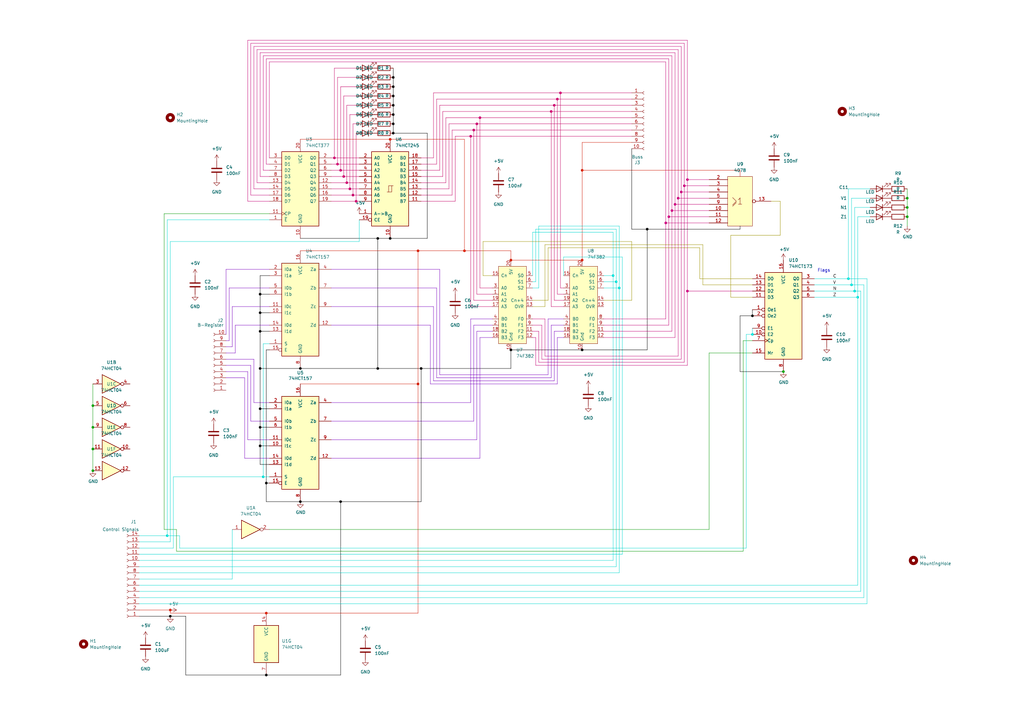
<source format=kicad_sch>
(kicad_sch (version 20250114) (generator "eeschema") (generator_version "9.0")
  (paper "A3")
  (title_block (title "ALU") (date "2023-02-19") (company "Quarl Ankas Electronics - Emil Andreasson"))
  (text "Flags" (at 335.28 111.76 0) (effects (font (size 1.27 1.27)) (justify left bottom)))
  (junction (at 226.06 45.72) (color 195 0 100 1))
  (junction (at 160.02 57.15) (color 206 21 0 1))
  (junction (at 227.33 43.18) (color 195 0 100 1))
  (junction (at 154.94 151.13) (color 0 0 0 1))
  (junction (at 161.29 50.8) (color 0 0 0 1))
  (junction (at 280.67 76.2) (color 194 0 116 1))
  (junction (at 160.02 97.79) (color 0 0 0 1))
  (junction (at 279.4 78.74) (color 194 0 116 1))
  (junction (at 171.45 102.87) (color 206 21 0 1))
  (junction (at 350.52 119.38) (color 0 214 206 1))
  (junction (at 190.5 102.87) (color 206 21 0 1))
  (junction (at 140.97 72.39) (color 195 0 100 1))
  (junction (at 194.31 53.34) (color 195 0 100 1))
  (junction (at 193.04 55.88) (color 195 0 100 1))
  (junction (at 68.58 219.71) (color 0 214 206 1))
  (junction (at 146.05 82.55) (color 195 0 100 1))
  (junction (at 106.68 167.64) (color 0 0 0 1))
  (junction (at 229.87 38.1) (color 195 0 100 1))
  (junction (at 372.11 88.9))
  (junction (at 161.29 31.75) (color 0 0 0 1))
  (junction (at 154.94 97.79) (color 0 0 0 1))
  (junction (at 38.1 184.15))
  (junction (at 38.1 166.37))
  (junction (at 106.68 151.13) (color 0 0 0 1))
  (junction (at 139.7 205.74) (color 0 0 0 1))
  (junction (at 349.25 116.84) (color 0 214 206 1))
  (junction (at 321.31 152.4))
  (junction (at 123.19 151.13) (color 0 0 0 1))
  (junction (at 107.95 195.58) (color 0 214 206 1))
  (junction (at 209.55 143.51) (color 0 0 0 1))
  (junction (at 351.79 121.92) (color 0 214 206 1))
  (junction (at 137.16 64.77) (color 195 0 100 1))
  (junction (at 372.11 85.09))
  (junction (at 238.76 106.68) (color 206 21 0 1))
  (junction (at 161.29 39.37) (color 0 0 0 1))
  (junction (at 38.1 193.04))
  (junction (at 238.76 69.85) (color 206 21 0 1))
  (junction (at 265.43 93.98) (color 0 0 0 1))
  (junction (at 251.46 113.03) (color 0 214 206 1))
  (junction (at 109.22 251.46) (color 206 21 0 1))
  (junction (at 106.68 135.89) (color 0 0 0 1))
  (junction (at 281.94 119.38) (color 194 0 116 1))
  (junction (at 308.61 129.54) (color 0 0 0 1))
  (junction (at 109.22 276.86) (color 0 0 0 1))
  (junction (at 161.29 46.99) (color 0 0 0 1))
  (junction (at 69.85 252.73) (color 0 0 0 1))
  (junction (at 196.85 48.26) (color 195 0 100 1))
  (junction (at 273.05 91.44) (color 194 0 116 1))
  (junction (at 276.86 83.82) (color 194 0 116 1))
  (junction (at 106.68 175.26) (color 0 0 0 1))
  (junction (at 109.22 198.12) (color 0 0 0 1))
  (junction (at 138.43 67.31) (color 195 0 100 1))
  (junction (at 254 118.11) (color 0 214 206 1))
  (junction (at 347.98 114.3) (color 0 214 206 1))
  (junction (at 238.76 143.51) (color 0 0 0 1))
  (junction (at 275.59 86.36) (color 194 0 116 1))
  (junction (at 195.58 50.8) (color 195 0 100 1))
  (junction (at 209.55 106.68) (color 206 21 0 1))
  (junction (at 278.13 81.28) (color 194 0 116 1))
  (junction (at 69.85 250.19) (color 206 21 0 1))
  (junction (at 228.6 40.64) (color 195 0 100 1))
  (junction (at 308.61 137.16) (color 0 214 206 1))
  (junction (at 143.51 77.47) (color 195 0 100 1))
  (junction (at 106.68 182.88) (color 0 0 0 1))
  (junction (at 38.1 175.26))
  (junction (at 161.29 35.56) (color 0 0 0 1))
  (junction (at 106.68 128.27) (color 0 0 0 1))
  (junction (at 144.78 80.01) (color 195 0 100 1))
  (junction (at 171.45 157.48) (color 206 21 0 1))
  (junction (at 274.32 88.9) (color 194 0 116 1))
  (junction (at 372.11 81.28))
  (junction (at 281.94 73.66) (color 194 0 116 1))
  (junction (at 161.29 43.18) (color 0 0 0 1))
  (junction (at 161.29 54.61) (color 0 0 0 1))
  (junction (at 123.19 205.74) (color 0 0 0 1))
  (junction (at 252.73 115.57) (color 0 214 206 1))
  (junction (at 142.24 74.93) (color 195 0 100 1))
  (junction (at 172.72 151.13) (color 0 0 0 1))
  (junction (at 106.68 120.65) (color 0 0 0 1))
  (junction (at 139.7 69.85) (color 195 0 100 1))
  (wire (pts (xy 196.85 118.11) (xy 196.85 48.26)) (stroke (width 0) (color 195 0 100 1)))
  (wire (pts (xy 102.87 80.01) (xy 110.49 80.01)) (stroke (width 0) (color 194 0 116 1)))
  (wire (pts (xy 198.12 113.03) (xy 198.12 99.06)) (stroke (width 0) (color 156 145 0 1)))
  (wire (pts (xy 304.8 226.06) (xy 72.39 226.06)))
  (wire (pts (xy 180.34 69.85) (xy 180.34 43.18)) (stroke (width 0) (color 195 0 100 1)))
  (wire (pts (xy 184.15 77.47) (xy 172.72 77.47)) (stroke (width 0) (color 195 0 100 1)))
  (wire (pts (xy 259.08 93.98) (xy 265.43 93.98)) (stroke (width 0) (color 0 0 0 1)))
  (wire (pts (xy 179.07 154.94) (xy 226.06 154.94)) (stroke (width 0) (color 121 0 191 1)))
  (wire (pts (xy 195.58 120.65) (xy 201.93 120.65)) (stroke (width 0) (color 195 0 100 1)))
  (wire (pts (xy 76.2 276.86) (xy 76.2 252.73)) (stroke (width 0) (color 0 0 0 1)))
  (wire (pts (xy 161.29 43.18) (xy 161.29 39.37)) (stroke (width 0) (color 0 0 0 1)))
  (wire (pts (xy 135.89 67.31) (xy 138.43 67.31)) (stroke (width 0) (color 195 0 100 1)))
  (wire (pts (xy 101.6 82.55) (xy 101.6 16.51)) (stroke (width 0) (color 194 0 116 1)))
  (wire (pts (xy 193.04 55.88) (xy 259.08 55.88)) (stroke (width 0) (color 195 0 100 1)))
  (wire (pts (xy 195.58 135.89) (xy 201.93 135.89)) (stroke (width 0) (color 121 0 191 1)))
  (wire (pts (xy 316.23 82.55) (xy 320.04 82.55)) (stroke (width 0) (color 156 145 0 1)))
  (wire (pts (xy 172.72 151.13) (xy 209.55 151.13)) (stroke (width 0) (color 0 0 0 1)))
  (wire (pts (xy 110.49 113.03) (xy 106.68 113.03)) (stroke (width 0) (color 0 0 0 1)))
  (wire (pts (xy 100.33 187.96) (xy 110.49 187.96)) (stroke (width 0) (color 121 0 191 1)))
  (wire (pts (xy 68.58 219.71) (xy 73.66 219.71)) (stroke (width 0) (color 0 214 206 1)))
  (wire (pts (xy 106.68 135.89) (xy 110.49 135.89)) (stroke (width 0) (color 0 0 0 1)))
  (wire (pts (xy 181.61 45.72) (xy 226.06 45.72)) (stroke (width 0) (color 195 0 100 1)))
  (wire (pts (xy 184.15 50.8) (xy 184.15 77.47)) (stroke (width 0) (color 195 0 100 1)))
  (wire (pts (xy 106.68 72.39) (xy 106.68 21.59)) (stroke (width 0) (color 194 0 116 1)))
  (wire (pts (xy 228.6 157.48) (xy 228.6 138.43)) (stroke (width 0) (color 121 0 191 1)))
  (wire (pts (xy 227.33 135.89) (xy 227.33 156.21)) (stroke (width 0) (color 121 0 191 1)))
  (wire (pts (xy 280.67 17.78) (xy 280.67 76.2)) (stroke (width 0) (color 194 0 116 1)))
  (wire (pts (xy 110.49 67.31) (xy 109.22 67.31)) (stroke (width 0) (color 194 0 116 1)))
  (wire (pts (xy 57.15 219.71) (xy 68.58 219.71)) (stroke (width 0) (color 0 214 206 1)))
  (wire (pts (xy 142.24 43.18) (xy 142.24 74.93)) (stroke (width 0) (color 195 0 100 1)))
  (wire (pts (xy 135.89 74.93) (xy 142.24 74.93)) (stroke (width 0) (color 195 0 100 1)))
  (wire (pts (xy 146.05 82.55) (xy 147.32 82.55)) (stroke (width 0) (color 195 0 100 1)))
  (wire (pts (xy 179.07 67.31) (xy 172.72 67.31)) (stroke (width 0) (color 195 0 100 1)))
  (wire (pts (xy 186.69 82.55) (xy 186.69 55.88)) (stroke (width 0) (color 195 0 100 1)))
  (wire (pts (xy 276.86 138.43) (xy 247.65 138.43)) (stroke (width 0) (color 194 0 116 1)))
  (wire (pts (xy 308.61 139.7) (xy 304.8 139.7)))
  (wire (pts (xy 123.19 205.74) (xy 139.7 205.74)) (stroke (width 0) (color 0 0 0 1)))
  (wire (pts (xy 190.5 102.87) (xy 209.55 102.87)) (stroke (width 0) (color 206 21 0 1)))
  (wire (pts (xy 278.13 81.28) (xy 278.13 146.05)) (stroke (width 0) (color 194 0 116 1)))
  (wire (pts (xy 69.85 99.06) (xy 147.32 99.06)) (stroke (width 0) (color 0 214 206 1)))
  (wire (pts (xy 280.67 76.2) (xy 280.67 148.59)) (stroke (width 0) (color 194 0 116 1)))
  (wire (pts (xy 175.26 54.61) (xy 175.26 97.79)) (stroke (width 0) (color 0 0 0 1)))
  (wire (pts (xy 100.33 154.94) (xy 100.33 187.96)) (stroke (width 0) (color 121 0 191 1)))
  (wire (pts (xy 351.79 240.03) (xy 351.79 121.92)) (stroke (width 0) (color 0 214 206 1)))
  (wire (pts (xy 223.52 130.81) (xy 223.52 146.05)) (stroke (width 0) (color 194 0 116 1)))
  (wire (pts (xy 139.7 276.86) (xy 139.7 205.74)) (stroke (width 0) (color 0 0 0 1)))
  (wire (pts (xy 144.78 80.01) (xy 147.32 80.01)) (stroke (width 0) (color 195 0 100 1)))
  (wire (pts (xy 288.29 100.33) (xy 288.29 116.84)) (stroke (width 0) (color 156 145 0 1)))
  (wire (pts (xy 96.52 144.78) (xy 96.52 133.35)) (stroke (width 0) (color 121 0 191 1)))
  (wire (pts (xy 106.68 128.27) (xy 110.49 128.27)) (stroke (width 0) (color 0 0 0 1)))
  (wire (pts (xy 252.73 232.41) (xy 252.73 115.57)) (stroke (width 0) (color 0 214 206 1)))
  (wire (pts (xy 57.15 240.03) (xy 351.79 240.03)) (stroke (width 0) (color 0 214 206 1)))
  (wire (pts (xy 106.68 120.65) (xy 110.49 120.65)) (stroke (width 0) (color 0 0 0 1)))
  (wire (pts (xy 218.44 115.57) (xy 219.71 115.57)) (stroke (width 0) (color 0 214 206 1)))
  (wire (pts (xy 290.83 144.78) (xy 290.83 217.17)))
  (wire (pts (xy 140.97 39.37) (xy 140.97 72.39)) (stroke (width 0) (color 195 0 100 1)))
  (wire (pts (xy 308.61 137.16) (xy 308.61 134.62)) (stroke (width 0) (color 0 214 206 1)))
  (wire (pts (xy 69.85 222.25) (xy 69.85 99.06)) (stroke (width 0) (color 0 214 206 1)))
  (wire (pts (xy 231.14 113.03) (xy 231.14 105.41)) (stroke (width 0) (color 0 214 206 1)))
  (wire (pts (xy 259.08 58.42) (xy 238.76 58.42)) (stroke (width 0) (color 206 21 0 1)))
  (wire (pts (xy 72.39 226.06) (xy 72.39 217.17)))
  (wire (pts (xy 356.87 77.47) (xy 347.98 77.47)) (stroke (width 0) (color 0 214 206 1)))
  (wire (pts (xy 372.11 77.47) (xy 372.11 81.28)))
  (wire (pts (xy 290.83 78.74) (xy 279.4 78.74)) (stroke (width 0) (color 194 0 116 1)))
  (wire (pts (xy 209.55 102.87) (xy 209.55 106.68)) (stroke (width 0) (color 206 21 0 1)))
  (wire (pts (xy 110.49 140.97) (xy 107.95 140.97)) (stroke (width 0) (color 0 214 206 1)))
  (wire (pts (xy 176.53 133.35) (xy 176.53 157.48)) (stroke (width 0) (color 121 0 191 1)))
  (wire (pts (xy 259.08 99.06) (xy 259.08 123.19)) (stroke (width 0) (color 156 145 0 1)))
  (wire (pts (xy 110.49 110.49) (xy 92.71 110.49)) (stroke (width 0) (color 121 0 191 1)))
  (wire (pts (xy 146.05 46.99) (xy 143.51 46.99)) (stroke (width 0) (color 195 0 100 1)))
  (wire (pts (xy 106.68 175.26) (xy 106.68 182.88)) (stroke (width 0) (color 0 0 0 1)))
  (wire (pts (xy 290.83 76.2) (xy 280.67 76.2)) (stroke (width 0) (color 194 0 116 1)))
  (wire (pts (xy 172.72 69.85) (xy 180.34 69.85)) (stroke (width 0) (color 195 0 100 1)))
  (wire (pts (xy 226.06 133.35) (xy 231.14 133.35)) (stroke (width 0) (color 121 0 191 1)))
  (wire (pts (xy 106.68 182.88) (xy 106.68 190.5)) (stroke (width 0) (color 0 0 0 1)))
  (wire (pts (xy 259.08 45.72) (xy 226.06 45.72)) (stroke (width 0) (color 195 0 100 1)))
  (wire (pts (xy 172.72 151.13) (xy 172.72 205.74)) (stroke (width 0) (color 0 0 0 1)))
  (wire (pts (xy 73.66 224.79) (xy 73.66 219.71)) (stroke (width 0) (color 0 214 206 1)))
  (wire (pts (xy 181.61 45.72) (xy 181.61 72.39)) (stroke (width 0) (color 195 0 100 1)))
  (wire (pts (xy 220.98 92.71) (xy 254 92.71)) (stroke (width 0) (color 0 214 206 1)))
  (wire (pts (xy 110.49 87.63) (xy 67.31 87.63)))
  (wire (pts (xy 231.14 120.65) (xy 228.6 120.65)) (stroke (width 0) (color 195 0 100 1)))
  (wire (pts (xy 218.44 123.19) (xy 224.79 123.19)) (stroke (width 0) (color 156 145 0 1)))
  (wire (pts (xy 179.07 40.64) (xy 228.6 40.64)) (stroke (width 0) (color 195 0 100 1)))
  (wire (pts (xy 105.41 74.93) (xy 110.49 74.93)) (stroke (width 0) (color 194 0 116 1)))
  (wire (pts (xy 372.11 81.28) (xy 372.11 85.09)))
  (wire (pts (xy 265.43 143.51) (xy 238.76 143.51)) (stroke (width 0) (color 0 0 0 1)))
  (wire (pts (xy 135.89 72.39) (xy 140.97 72.39)) (stroke (width 0) (color 195 0 100 1)))
  (wire (pts (xy 154.94 97.79) (xy 154.94 151.13)) (stroke (width 0) (color 0 0 0 1)))
  (wire (pts (xy 76.2 252.73) (xy 69.85 252.73)) (stroke (width 0) (color 0 0 0 1)))
  (wire (pts (xy 171.45 251.46) (xy 171.45 157.48)) (stroke (width 0) (color 206 21 0 1)))
  (wire (pts (xy 193.04 130.81) (xy 201.93 130.81)) (stroke (width 0) (color 121 0 191 1)))
  (wire (pts (xy 146.05 27.94) (xy 137.16 27.94)) (stroke (width 0) (color 195 0 100 1)))
  (wire (pts (xy 104.14 147.32) (xy 104.14 165.1)) (stroke (width 0) (color 121 0 191 1)))
  (wire (pts (xy 196.85 48.26) (xy 259.08 48.26)) (stroke (width 0) (color 195 0 100 1)))
  (wire (pts (xy 106.68 135.89) (xy 106.68 151.13)) (stroke (width 0) (color 0 0 0 1)))
  (wire (pts (xy 251.46 95.25) (xy 251.46 113.03)) (stroke (width 0) (color 0 214 206 1)))
  (wire (pts (xy 109.22 143.51) (xy 109.22 198.12)) (stroke (width 0) (color 0 0 0 1)))
  (wire (pts (xy 176.53 157.48) (xy 228.6 157.48)) (stroke (width 0) (color 121 0 191 1)))
  (wire (pts (xy 227.33 43.18) (xy 259.08 43.18)) (stroke (width 0) (color 195 0 100 1)))
  (wire (pts (xy 259.08 40.64) (xy 228.6 40.64)) (stroke (width 0) (color 195 0 100 1)))
  (wire (pts (xy 290.83 86.36) (xy 275.59 86.36)) (stroke (width 0) (color 194 0 116 1)))
  (wire (pts (xy 180.34 43.18) (xy 227.33 43.18)) (stroke (width 0) (color 195 0 100 1)))
  (wire (pts (xy 109.22 251.46) (xy 69.85 251.46)) (stroke (width 0) (color 206 21 0 1)))
  (wire (pts (xy 255.27 105.41) (xy 255.27 227.33)) (stroke (width 0) (color 0 214 206 1)))
  (wire (pts (xy 224.79 130.81) (xy 231.14 130.81)) (stroke (width 0) (color 121 0 191 1)))
  (wire (pts (xy 226.06 125.73) (xy 231.14 125.73)) (stroke (width 0) (color 195 0 100 1)))
  (wire (pts (xy 252.73 115.57) (xy 247.65 115.57)) (stroke (width 0) (color 0 214 206 1)))
  (wire (pts (xy 135.89 118.11) (xy 179.07 118.11)) (stroke (width 0) (color 121 0 191 1)))
  (wire (pts (xy 171.45 102.87) (xy 190.5 102.87)) (stroke (width 0) (color 206 21 0 1)))
  (wire (pts (xy 201.93 118.11) (xy 196.85 118.11)) (stroke (width 0) (color 195 0 100 1)))
  (wire (pts (xy 57.15 247.65) (xy 355.6 247.65)) (stroke (width 0) (color 0 214 206 1)))
  (wire (pts (xy 229.87 118.11) (xy 229.87 38.1)) (stroke (width 0) (color 195 0 100 1)))
  (wire (pts (xy 350.52 119.38) (xy 353.06 119.38)) (stroke (width 0) (color 0 214 206 1)))
  (wire (pts (xy 356.87 88.9) (xy 351.79 88.9)) (stroke (width 0) (color 0 214 206 1)))
  (wire (pts (xy 334.01 116.84) (xy 349.25 116.84)) (stroke (width 0) (color 0 214 206 1)))
  (wire (pts (xy 106.68 151.13) (xy 106.68 167.64)) (stroke (width 0) (color 0 0 0 1)))
  (wire (pts (xy 57.15 224.79) (xy 71.12 224.79)) (stroke (width 0) (color 0 214 206 1)))
  (wire (pts (xy 107.95 22.86) (xy 107.95 69.85)) (stroke (width 0) (color 194 0 116 1)))
  (wire (pts (xy 306.07 137.16) (xy 306.07 224.79)) (stroke (width 0) (color 0 214 206 1)))
  (wire (pts (xy 308.61 114.3) (xy 287.02 114.3)) (stroke (width 0) (color 156 145 0 1)))
  (wire (pts (xy 182.88 48.26) (xy 196.85 48.26)) (stroke (width 0) (color 195 0 100 1)))
  (wire (pts (xy 290.83 83.82) (xy 276.86 83.82)) (stroke (width 0) (color 194 0 116 1)))
  (wire (pts (xy 308.61 144.78) (xy 290.83 144.78)))
  (wire (pts (xy 177.8 38.1) (xy 229.87 38.1)) (stroke (width 0) (color 195 0 100 1)))
  (wire (pts (xy 356.87 85.09) (xy 350.52 85.09)) (stroke (width 0) (color 0 214 206 1)))
  (wire (pts (xy 275.59 135.89) (xy 275.59 86.36)) (stroke (width 0) (color 194 0 116 1)))
  (wire (pts (xy 254 118.11) (xy 247.65 118.11)) (stroke (width 0) (color 0 214 206 1)))
  (wire (pts (xy 92.71 110.49) (xy 92.71 137.16)) (stroke (width 0) (color 121 0 191 1)))
  (wire (pts (xy 193.04 165.1) (xy 193.04 130.81)) (stroke (width 0) (color 121 0 191 1)))
  (wire (pts (xy 274.32 88.9) (xy 274.32 133.35)) (stroke (width 0) (color 194 0 116 1)))
  (wire (pts (xy 354.33 245.11) (xy 354.33 116.84)) (stroke (width 0) (color 0 214 206 1)))
  (wire (pts (xy 142.24 74.93) (xy 147.32 74.93)) (stroke (width 0) (color 195 0 100 1)))
  (wire (pts (xy 276.86 83.82) (xy 276.86 138.43)) (stroke (width 0) (color 194 0 116 1)))
  (wire (pts (xy 186.69 55.88) (xy 193.04 55.88)) (stroke (width 0) (color 195 0 100 1)))
  (wire (pts (xy 139.7 69.85) (xy 147.32 69.85)) (stroke (width 0) (color 195 0 100 1)))
  (wire (pts (xy 347.98 114.3) (xy 347.98 77.47)) (stroke (width 0) (color 0 214 206 1)))
  (wire (pts (xy 96.52 133.35) (xy 110.49 133.35)) (stroke (width 0) (color 121 0 191 1)))
  (wire (pts (xy 320.04 82.55) (xy 320.04 96.52)) (stroke (width 0) (color 156 145 0 1)))
  (wire (pts (xy 254 92.71) (xy 254 118.11)) (stroke (width 0) (color 0 214 206 1)))
  (wire (pts (xy 138.43 67.31) (xy 147.32 67.31)) (stroke (width 0) (color 195 0 100 1)))
  (wire (pts (xy 104.14 77.47) (xy 104.14 19.05)) (stroke (width 0) (color 194 0 116 1)))
  (wire (pts (xy 107.95 195.58) (xy 71.12 195.58)) (stroke (width 0) (color 0 214 206 1)))
  (wire (pts (xy 67.31 87.63) (xy 67.31 217.17)))
  (wire (pts (xy 110.49 77.47) (xy 104.14 77.47)) (stroke (width 0) (color 194 0 116 1)))
  (wire (pts (xy 226.06 45.72) (xy 226.06 125.73)) (stroke (width 0) (color 195 0 100 1)))
  (wire (pts (xy 184.15 50.8) (xy 195.58 50.8)) (stroke (width 0) (color 195 0 100 1)))
  (wire (pts (xy 57.15 237.49) (xy 95.25 237.49)) (stroke (width 0) (color 0 214 206 1)))
  (wire (pts (xy 93.98 139.7) (xy 93.98 118.11)) (stroke (width 0) (color 121 0 191 1)))
  (wire (pts (xy 279.4 19.05) (xy 279.4 78.74)) (stroke (width 0) (color 194 0 116 1)))
  (wire (pts (xy 110.49 125.73) (xy 95.25 125.73)) (stroke (width 0) (color 121 0 191 1)))
  (wire (pts (xy 146.05 54.61) (xy 146.05 82.55)) (stroke (width 0) (color 195 0 100 1)))
  (wire (pts (xy 279.4 78.74) (xy 279.4 147.32)) (stroke (width 0) (color 194 0 116 1)))
  (wire (pts (xy 287.02 101.6) (xy 287.02 114.3)) (stroke (width 0) (color 156 145 0 1)))
  (wire (pts (xy 144.78 50.8) (xy 146.05 50.8)) (stroke (width 0) (color 195 0 100 1)))
  (wire (pts (xy 146.05 43.18) (xy 142.24 43.18)) (stroke (width 0) (color 195 0 100 1)))
  (wire (pts (xy 154.94 97.79) (xy 123.19 97.79)) (stroke (width 0) (color 0 0 0 1)))
  (wire (pts (xy 231.14 105.41) (xy 255.27 105.41)) (stroke (width 0) (color 0 214 206 1)))
  (wire (pts (xy 172.72 82.55) (xy 186.69 82.55)) (stroke (width 0) (color 195 0 100 1)))
  (wire (pts (xy 185.42 80.01) (xy 185.42 53.34)) (stroke (width 0) (color 195 0 100 1)))
  (wire (pts (xy 222.25 133.35) (xy 218.44 133.35)) (stroke (width 0) (color 194 0 116 1)))
  (wire (pts (xy 254 118.11) (xy 254 234.95)) (stroke (width 0) (color 0 214 206 1)))
  (wire (pts (xy 92.71 152.4) (xy 101.6 152.4)) (stroke (width 0) (color 121 0 191 1)))
  (wire (pts (xy 57.15 227.33) (xy 255.27 227.33)) (stroke (width 0) (color 0 214 206 1)))
  (wire (pts (xy 135.89 77.47) (xy 143.51 77.47)) (stroke (width 0) (color 195 0 100 1)))
  (wire (pts (xy 218.44 130.81) (xy 223.52 130.81)) (stroke (width 0) (color 194 0 116 1)))
  (wire (pts (xy 139.7 205.74) (xy 172.72 205.74)) (stroke (width 0) (color 0 0 0 1)))
  (wire (pts (xy 304.8 139.7) (xy 304.8 226.06)))
  (wire (pts (xy 247.65 130.81) (xy 273.05 130.81)) (stroke (width 0) (color 194 0 116 1)))
  (wire (pts (xy 281.94 119.38) (xy 281.94 149.86)) (stroke (width 0) (color 194 0 116 1)))
  (wire (pts (xy 290.83 73.66) (xy 281.94 73.66)) (stroke (width 0) (color 194 0 116 1)))
  (wire (pts (xy 195.58 50.8) (xy 195.58 120.65)) (stroke (width 0) (color 195 0 100 1)))
  (wire (pts (xy 135.89 133.35) (xy 176.53 133.35)) (stroke (width 0) (color 121 0 191 1)))
  (wire (pts (xy 299.72 121.92) (xy 308.61 121.92)) (stroke (width 0) (color 156 145 0 1)))
  (wire (pts (xy 238.76 69.85) (xy 303.53 69.85)) (stroke (width 0) (color 206 21 0 1)))
  (wire (pts (xy 265.43 93.98) (xy 265.43 143.51)) (stroke (width 0) (color 0 0 0 1)))
  (wire (pts (xy 182.88 74.93) (xy 182.88 48.26)) (stroke (width 0) (color 195 0 100 1)))
  (wire (pts (xy 110.49 82.55) (xy 101.6 82.55)) (stroke (width 0) (color 194 0 116 1)))
  (wire (pts (xy 95.25 125.73) (xy 95.25 142.24)) (stroke (width 0) (color 121 0 191 1)))
  (wire (pts (xy 100.33 154.94) (xy 92.71 154.94)) (stroke (width 0) (color 121 0 191 1)))
  (wire (pts (xy 220.98 148.59) (xy 280.67 148.59)) (stroke (width 0) (color 194 0 116 1)))
  (wire (pts (xy 353.06 119.38) (xy 353.06 242.57)) (stroke (width 0) (color 0 214 206 1)))
  (wire (pts (xy 143.51 77.47) (xy 147.32 77.47)) (stroke (width 0) (color 195 0 100 1)))
  (wire (pts (xy 146.05 39.37) (xy 140.97 39.37)) (stroke (width 0) (color 195 0 100 1)))
  (wire (pts (xy 218.44 113.03) (xy 218.44 95.25)) (stroke (width 0) (color 0 214 206 1)))
  (wire (pts (xy 154.94 151.13) (xy 123.19 151.13)) (stroke (width 0) (color 0 0 0 1)))
  (wire (pts (xy 161.29 46.99) (xy 161.29 50.8)) (stroke (width 0) (color 0 0 0 1)))
  (wire (pts (xy 177.8 125.73) (xy 135.89 125.73)) (stroke (width 0) (color 121 0 191 1)))
  (wire (pts (xy 231.14 118.11) (xy 229.87 118.11)) (stroke (width 0) (color 195 0 100 1)))
  (wire (pts (xy 227.33 43.18) (xy 227.33 123.19)) (stroke (width 0) (color 195 0 100 1)))
  (wire (pts (xy 227.33 156.21) (xy 177.8 156.21)) (stroke (width 0) (color 121 0 191 1)))
  (wire (pts (xy 140.97 72.39) (xy 147.32 72.39)) (stroke (width 0) (color 195 0 100 1)))
  (wire (pts (xy 110.49 143.51) (xy 109.22 143.51)) (stroke (width 0) (color 0 0 0 1)))
  (wire (pts (xy 252.73 93.98) (xy 252.73 115.57)) (stroke (width 0) (color 0 214 206 1)))
  (wire (pts (xy 92.71 139.7) (xy 93.98 139.7)) (stroke (width 0) (color 121 0 191 1)))
  (wire (pts (xy 110.49 165.1) (xy 104.14 165.1)) (stroke (width 0) (color 121 0 191 1)))
  (wire (pts (xy 273.05 91.44) (xy 273.05 25.4)) (stroke (width 0) (color 194 0 116 1)))
  (wire (pts (xy 247.65 135.89) (xy 275.59 135.89)) (stroke (width 0) (color 194 0 116 1)))
  (wire (pts (xy 102.87 149.86) (xy 92.71 149.86)) (stroke (width 0) (color 121 0 191 1)))
  (wire (pts (xy 57.15 245.11) (xy 354.33 245.11)) (stroke (width 0) (color 0 214 206 1)))
  (wire (pts (xy 110.49 72.39) (xy 106.68 72.39)) (stroke (width 0) (color 194 0 116 1)))
  (wire (pts (xy 229.87 38.1) (xy 259.08 38.1)) (stroke (width 0) (color 195 0 100 1)))
  (wire (pts (xy 135.89 110.49) (xy 180.34 110.49)) (stroke (width 0) (color 121 0 191 1)))
  (wire (pts (xy 222.25 147.32) (xy 222.25 133.35)) (stroke (width 0) (color 194 0 116 1)))
  (wire (pts (xy 279.4 147.32) (xy 222.25 147.32)) (stroke (width 0) (color 194 0 116 1)))
  (wire (pts (xy 228.6 138.43) (xy 231.14 138.43)) (stroke (width 0) (color 121 0 191 1)))
  (wire (pts (xy 144.78 80.01) (xy 144.78 50.8)) (stroke (width 0) (color 195 0 100 1)))
  (wire (pts (xy 161.29 54.61) (xy 161.29 50.8)) (stroke (width 0) (color 0 0 0 1)))
  (wire (pts (xy 138.43 31.75) (xy 138.43 67.31)) (stroke (width 0) (color 195 0 100 1)))
  (wire (pts (xy 109.22 276.86) (xy 76.2 276.86)) (stroke (width 0) (color 0 0 0 1)))
  (wire (pts (xy 109.22 198.12) (xy 109.22 205.74)) (stroke (width 0) (color 0 0 0 1)))
  (wire (pts (xy 201.93 113.03) (xy 198.12 113.03)) (stroke (width 0) (color 156 145 0 1)))
  (wire (pts (xy 259.08 60.96) (xy 259.08 93.98)) (stroke (width 0) (color 0 0 0 1)))
  (wire (pts (xy 196.85 187.96) (xy 196.85 138.43)) (stroke (width 0) (color 121 0 191 1)))
  (wire (pts (xy 92.71 147.32) (xy 104.14 147.32)) (stroke (width 0) (color 121 0 191 1)))
  (wire (pts (xy 172.72 64.77) (xy 177.8 64.77)) (stroke (width 0) (color 195 0 100 1)))
  (wire (pts (xy 290.83 217.17) (xy 110.49 217.17)))
  (wire (pts (xy 95.25 142.24) (xy 92.71 142.24)) (stroke (width 0) (color 121 0 191 1)))
  (wire (pts (xy 172.72 80.01) (xy 185.42 80.01)) (stroke (width 0) (color 195 0 100 1)))
  (wire (pts (xy 219.71 138.43) (xy 218.44 138.43)) (stroke (width 0) (color 194 0 116 1)))
  (wire (pts (xy 95.25 237.49) (xy 95.25 217.17)) (stroke (width 0) (color 0 214 206 1)))
  (wire (pts (xy 106.68 175.26) (xy 110.49 175.26)) (stroke (width 0) (color 0 0 0 1)))
  (wire (pts (xy 181.61 72.39) (xy 172.72 72.39)) (stroke (width 0) (color 195 0 100 1)))
  (wire (pts (xy 109.22 24.13) (xy 274.32 24.13)) (stroke (width 0) (color 194 0 116 1)))
  (wire (pts (xy 38.1 166.37) (xy 38.1 175.26)))
  (wire (pts (xy 107.95 195.58) (xy 110.49 195.58)) (stroke (width 0) (color 0 214 206 1)))
  (wire (pts (xy 147.32 99.06) (xy 147.32 90.17)) (stroke (width 0) (color 0 214 206 1)))
  (wire (pts (xy 195.58 50.8) (xy 259.08 50.8)) (stroke (width 0) (color 195 0 100 1)))
  (wire (pts (xy 349.25 116.84) (xy 354.33 116.84)) (stroke (width 0) (color 0 214 206 1)))
  (wire (pts (xy 356.87 81.28) (xy 349.25 81.28)) (stroke (width 0) (color 0 214 206 1)))
  (wire (pts (xy 185.42 53.34) (xy 194.31 53.34)) (stroke (width 0) (color 195 0 100 1)))
  (wire (pts (xy 180.34 110.49) (xy 180.34 153.67)) (stroke (width 0) (color 121 0 191 1)))
  (wire (pts (xy 135.89 64.77) (xy 137.16 64.77)) (stroke (width 0) (color 195 0 100 1)))
  (wire (pts (xy 334.01 114.3) (xy 347.98 114.3)) (stroke (width 0) (color 0 214 206 1)))
  (wire (pts (xy 190.5 57.15) (xy 190.5 102.87)) (stroke (width 0) (color 206 21 0 1)))
  (wire (pts (xy 223.52 125.73) (xy 218.44 125.73)) (stroke (width 0) (color 156 145 0 1)))
  (wire (pts (xy 109.22 198.12) (xy 110.49 198.12)) (stroke (width 0) (color 0 0 0 1)))
  (wire (pts (xy 71.12 195.58) (xy 71.12 224.79)) (stroke (width 0) (color 0 214 206 1)))
  (wire (pts (xy 224.79 153.67) (xy 224.79 130.81)) (stroke (width 0) (color 121 0 191 1)))
  (wire (pts (xy 218.44 118.11) (xy 220.98 118.11)) (stroke (width 0) (color 0 214 206 1)))
  (wire (pts (xy 193.04 125.73) (xy 201.93 125.73)) (stroke (width 0) (color 195 0 100 1)))
  (wire (pts (xy 276.86 21.59) (xy 276.86 83.82)) (stroke (width 0) (color 194 0 116 1)))
  (wire (pts (xy 106.68 120.65) (xy 106.68 128.27)) (stroke (width 0) (color 0 0 0 1)))
  (wire (pts (xy 303.53 69.85) (xy 303.53 72.39)) (stroke (width 0) (color 206 21 0 1)))
  (wire (pts (xy 106.68 113.03) (xy 106.68 120.65)) (stroke (width 0) (color 0 0 0 1)))
  (wire (pts (xy 303.53 129.54) (xy 303.53 152.4)) (stroke (width 0) (color 0 0 0 1)))
  (wire (pts (xy 219.71 93.98) (xy 252.73 93.98)) (stroke (width 0) (color 0 214 206 1)))
  (wire (pts (xy 306.07 224.79) (xy 73.66 224.79)) (stroke (width 0) (color 0 214 206 1)))
  (wire (pts (xy 179.07 118.11) (xy 179.07 154.94)) (stroke (width 0) (color 121 0 191 1)))
  (wire (pts (xy 251.46 113.03) (xy 251.46 229.87)) (stroke (width 0) (color 0 214 206 1)))
  (wire (pts (xy 281.94 149.86) (xy 219.71 149.86)) (stroke (width 0) (color 194 0 116 1)))
  (wire (pts (xy 193.04 55.88) (xy 193.04 125.73)) (stroke (width 0) (color 195 0 100 1)))
  (wire (pts (xy 146.05 35.56) (xy 139.7 35.56)) (stroke (width 0) (color 195 0 100 1)))
  (wire (pts (xy 351.79 88.9) (xy 351.79 121.92)) (stroke (width 0) (color 0 214 206 1)))
  (wire (pts (xy 106.68 182.88) (xy 110.49 182.88)) (stroke (width 0) (color 0 0 0 1)))
  (wire (pts (xy 123.19 57.15) (xy 160.02 57.15)) (stroke (width 0) (color 206 21 0 1)))
  (wire (pts (xy 201.93 133.35) (xy 194.31 133.35)) (stroke (width 0) (color 121 0 191 1)))
  (wire (pts (xy 273.05 91.44) (xy 273.05 130.81)) (stroke (width 0) (color 194 0 116 1)))
  (wire (pts (xy 106.68 190.5) (xy 110.49 190.5)) (stroke (width 0) (color 0 0 0 1)))
  (wire (pts (xy 372.11 92.71) (xy 372.11 88.9)))
  (wire (pts (xy 57.15 234.95) (xy 254 234.95)) (stroke (width 0) (color 0 214 206 1)))
  (wire (pts (xy 137.16 64.77) (xy 147.32 64.77)) (stroke (width 0) (color 195 0 100 1)))
  (wire (pts (xy 238.76 58.42) (xy 238.76 69.85)) (stroke (width 0) (color 206 21 0 1)))
  (wire (pts (xy 57.15 250.19) (xy 69.85 250.19)) (stroke (width 0) (color 206 21 0 1)))
  (wire (pts (xy 219.71 115.57) (xy 219.71 93.98)) (stroke (width 0) (color 0 214 206 1)))
  (wire (pts (xy 104.14 19.05) (xy 279.4 19.05)) (stroke (width 0) (color 194 0 116 1)))
  (wire (pts (xy 303.53 152.4) (xy 321.31 152.4)) (stroke (width 0) (color 0 0 0 1)))
  (wire (pts (xy 102.87 17.78) (xy 102.87 80.01)) (stroke (width 0) (color 194 0 116 1)))
  (wire (pts (xy 171.45 102.87) (xy 123.19 102.87)) (stroke (width 0) (color 206 21 0 1)))
  (wire (pts (xy 320.04 96.52) (xy 299.72 96.52)) (stroke (width 0) (color 156 145 0 1)))
  (wire (pts (xy 106.68 21.59) (xy 276.86 21.59)) (stroke (width 0) (color 194 0 116 1)))
  (wire (pts (xy 350.52 119.38) (xy 350.52 85.09)) (stroke (width 0) (color 0 214 206 1)))
  (wire (pts (xy 72.39 217.17) (xy 67.31 217.17)))
  (wire (pts (xy 109.22 251.46) (xy 171.45 251.46)) (stroke (width 0) (color 206 21 0 1)))
  (wire (pts (xy 238.76 106.68) (xy 209.55 106.68)) (stroke (width 0) (color 206 21 0 1)))
  (wire (pts (xy 68.58 90.17) (xy 68.58 219.71)) (stroke (width 0) (color 0 214 206 1)))
  (wire (pts (xy 101.6 16.51) (xy 281.94 16.51)) (stroke (width 0) (color 194 0 116 1)))
  (wire (pts (xy 92.71 144.78) (xy 96.52 144.78)) (stroke (width 0) (color 121 0 191 1)))
  (wire (pts (xy 135.89 80.01) (xy 144.78 80.01)) (stroke (width 0) (color 195 0 100 1)))
  (wire (pts (xy 161.29 43.18) (xy 161.29 46.99)) (stroke (width 0) (color 0 0 0 1)))
  (wire (pts (xy 105.41 20.32) (xy 105.41 74.93)) (stroke (width 0) (color 194 0 116 1)))
  (wire (pts (xy 38.1 184.15) (xy 38.1 193.04)))
  (wire (pts (xy 69.85 251.46) (xy 69.85 250.19)) (stroke (width 0) (color 206 21 0 1)))
  (wire (pts (xy 177.8 64.77) (xy 177.8 38.1)) (stroke (width 0) (color 195 0 100 1)))
  (wire (pts (xy 275.59 22.86) (xy 107.95 22.86)) (stroke (width 0) (color 194 0 116 1)))
  (wire (pts (xy 135.89 165.1) (xy 193.04 165.1)) (stroke (width 0) (color 121 0 191 1)))
  (wire (pts (xy 106.68 167.64) (xy 106.68 175.26)) (stroke (width 0) (color 0 0 0 1)))
  (wire (pts (xy 106.68 151.13) (xy 123.19 151.13)) (stroke (width 0) (color 0 0 0 1)))
  (wire (pts (xy 201.93 123.19) (xy 194.31 123.19)) (stroke (width 0) (color 195 0 100 1)))
  (wire (pts (xy 101.6 180.34) (xy 110.49 180.34)) (stroke (width 0) (color 121 0 191 1)))
  (wire (pts (xy 278.13 20.32) (xy 105.41 20.32)) (stroke (width 0) (color 194 0 116 1)))
  (wire (pts (xy 38.1 157.48) (xy 38.1 166.37)))
  (wire (pts (xy 93.98 118.11) (xy 110.49 118.11)) (stroke (width 0) (color 121 0 191 1)))
  (wire (pts (xy 137.16 27.94) (xy 137.16 64.77)) (stroke (width 0) (color 195 0 100 1)))
  (wire (pts (xy 218.44 95.25) (xy 251.46 95.25)) (stroke (width 0) (color 0 214 206 1)))
  (wire (pts (xy 135.89 187.96) (xy 196.85 187.96)) (stroke (width 0) (color 121 0 191 1)))
  (wire (pts (xy 372.11 85.09) (xy 372.11 88.9)))
  (wire (pts (xy 290.83 88.9) (xy 274.32 88.9)) (stroke (width 0) (color 194 0 116 1)))
  (wire (pts (xy 175.26 97.79) (xy 160.02 97.79)) (stroke (width 0) (color 0 0 0 1)))
  (wire (pts (xy 143.51 46.99) (xy 143.51 77.47)) (stroke (width 0) (color 195 0 100 1)))
  (wire (pts (xy 308.61 137.16) (xy 306.07 137.16)) (stroke (width 0) (color 0 214 206 1)))
  (wire (pts (xy 198.12 99.06) (xy 259.08 99.06)) (stroke (width 0) (color 156 145 0 1)))
  (wire (pts (xy 288.29 100.33) (xy 223.52 100.33)) (stroke (width 0) (color 156 145 0 1)))
  (wire (pts (xy 57.15 232.41) (xy 252.73 232.41)) (stroke (width 0) (color 0 214 206 1)))
  (wire (pts (xy 135.89 180.34) (xy 195.58 180.34)) (stroke (width 0) (color 121 0 191 1)))
  (wire (pts (xy 172.72 151.13) (xy 154.94 151.13)) (stroke (width 0) (color 0 0 0 1)))
  (wire (pts (xy 209.55 143.51) (xy 238.76 143.51)) (stroke (width 0) (color 0 0 0 1)))
  (wire (pts (xy 224.79 123.19) (xy 224.79 101.6)) (stroke (width 0) (color 156 145 0 1)))
  (wire (pts (xy 135.89 69.85) (xy 139.7 69.85)) (stroke (width 0) (color 195 0 100 1)))
  (wire (pts (xy 196.85 138.43) (xy 201.93 138.43)) (stroke (width 0) (color 121 0 191 1)))
  (wire (pts (xy 220.98 118.11) (xy 220.98 92.71)) (stroke (width 0) (color 0 214 206 1)))
  (wire (pts (xy 219.71 149.86) (xy 219.71 138.43)) (stroke (width 0) (color 194 0 116 1)))
  (wire (pts (xy 308.61 129.54) (xy 308.61 127)) (stroke (width 0) (color 0 0 0 1)))
  (wire (pts (xy 303.53 93.98) (xy 265.43 93.98)) (stroke (width 0) (color 0 0 0 1)))
  (wire (pts (xy 227.33 123.19) (xy 231.14 123.19)) (stroke (width 0) (color 195 0 100 1)))
  (wire (pts (xy 349.25 81.28) (xy 349.25 116.84)) (stroke (width 0) (color 0 214 206 1)))
  (wire (pts (xy 231.14 135.89) (xy 227.33 135.89)) (stroke (width 0) (color 121 0 191 1)))
  (wire (pts (xy 146.05 31.75) (xy 138.43 31.75)) (stroke (width 0) (color 195 0 100 1)))
  (wire (pts (xy 281.94 16.51) (xy 281.94 73.66)) (stroke (width 0) (color 194 0 116 1)))
  (wire (pts (xy 194.31 53.34) (xy 259.08 53.34)) (stroke (width 0) (color 195 0 100 1)))
  (wire (pts (xy 109.22 67.31) (xy 109.22 24.13)) (stroke (width 0) (color 194 0 116 1)))
  (wire (pts (xy 218.44 135.89) (xy 220.98 135.89)) (stroke (width 0) (color 194 0 116 1)))
  (wire (pts (xy 57.15 242.57) (xy 353.06 242.57)) (stroke (width 0) (color 0 214 206 1)))
  (wire (pts (xy 139.7 35.56) (xy 139.7 69.85)) (stroke (width 0) (color 195 0 100 1)))
  (wire (pts (xy 57.15 252.73) (xy 69.85 252.73)) (stroke (width 0) (color 0 0 0 1)))
  (wire (pts (xy 135.89 82.55) (xy 146.05 82.55)) (stroke (width 0) (color 195 0 100 1)))
  (wire (pts (xy 223.52 100.33) (xy 223.52 125.73)) (stroke (width 0) (color 156 145 0 1)))
  (wire (pts (xy 154.94 97.79) (xy 160.02 97.79)) (stroke (width 0) (color 0 0 0 1)))
  (wire (pts (xy 280.67 17.78) (xy 102.87 17.78)) (stroke (width 0) (color 194 0 116 1)))
  (wire (pts (xy 102.87 149.86) (xy 102.87 172.72)) (stroke (width 0) (color 121 0 191 1)))
  (wire (pts (xy 194.31 123.19) (xy 194.31 53.34)) (stroke (width 0) (color 195 0 100 1)))
  (wire (pts (xy 220.98 135.89) (xy 220.98 148.59)) (stroke (width 0) (color 194 0 116 1)))
  (wire (pts (xy 355.6 114.3) (xy 355.6 247.65)) (stroke (width 0) (color 0 214 206 1)))
  (wire (pts (xy 278.13 146.05) (xy 223.52 146.05)) (stroke (width 0) (color 194 0 116 1)))
  (wire (pts (xy 172.72 74.93) (xy 182.88 74.93)) (stroke (width 0) (color 195 0 100 1)))
  (wire (pts (xy 180.34 153.67) (xy 224.79 153.67)) (stroke (width 0) (color 121 0 191 1)))
  (wire (pts (xy 224.79 101.6) (xy 287.02 101.6)) (stroke (width 0) (color 156 145 0 1)))
  (wire (pts (xy 160.02 57.15) (xy 190.5 57.15)) (stroke (width 0) (color 206 21 0 1)))
  (wire (pts (xy 194.31 172.72) (xy 135.89 172.72)) (stroke (width 0) (color 121 0 191 1)))
  (wire (pts (xy 288.29 116.84) (xy 308.61 116.84)) (stroke (width 0) (color 156 145 0 1)))
  (wire (pts (xy 38.1 175.26) (xy 38.1 184.15)))
  (wire (pts (xy 161.29 27.94) (xy 161.29 31.75)) (stroke (width 0) (color 0 0 0 1)))
  (wire (pts (xy 109.22 276.86) (xy 139.7 276.86)) (stroke (width 0) (color 0 0 0 1)))
  (wire (pts (xy 278.13 20.32) (xy 278.13 81.28)) (stroke (width 0) (color 194 0 116 1)))
  (wire (pts (xy 110.49 25.4) (xy 110.49 64.77)) (stroke (width 0) (color 194 0 116 1)))
  (wire (pts (xy 303.53 92.71) (xy 303.53 93.98)) (stroke (width 0) (color 0 0 0 1)))
  (wire (pts (xy 177.8 156.21) (xy 177.8 125.73)) (stroke (width 0) (color 121 0 191 1)))
  (wire (pts (xy 57.15 222.25) (xy 69.85 222.25)) (stroke (width 0) (color 0 214 206 1)))
  (wire (pts (xy 106.68 128.27) (xy 106.68 135.89)) (stroke (width 0) (color 0 0 0 1)))
  (wire (pts (xy 238.76 106.68) (xy 238.76 69.85)) (stroke (width 0) (color 206 21 0 1)))
  (wire (pts (xy 251.46 113.03) (xy 247.65 113.03)) (stroke (width 0) (color 0 214 206 1)))
  (wire (pts (xy 106.68 167.64) (xy 110.49 167.64)) (stroke (width 0) (color 0 0 0 1)))
  (wire (pts (xy 194.31 133.35) (xy 194.31 172.72)) (stroke (width 0) (color 121 0 191 1)))
  (wire (pts (xy 274.32 24.13) (xy 274.32 88.9)) (stroke (width 0) (color 194 0 116 1)))
  (wire (pts (xy 107.95 69.85) (xy 110.49 69.85)) (stroke (width 0) (color 194 0 116 1)))
  (wire (pts (xy 171.45 157.48) (xy 171.45 102.87)) (stroke (width 0) (color 206 21 0 1)))
  (wire (pts (xy 101.6 152.4) (xy 101.6 180.34)) (stroke (width 0) (color 121 0 191 1)))
  (wire (pts (xy 209.55 151.13) (xy 209.55 143.51)) (stroke (width 0) (color 0 0 0 1)))
  (wire (pts (xy 334.01 119.38) (xy 350.52 119.38)) (stroke (width 0) (color 0 214 206 1)))
  (wire (pts (xy 161.29 54.61) (xy 175.26 54.61)) (stroke (width 0) (color 0 0 0 1)))
  (wire (pts (xy 274.32 133.35) (xy 247.65 133.35)) (stroke (width 0) (color 194 0 116 1)))
  (wire (pts (xy 110.49 90.17) (xy 68.58 90.17)) (stroke (width 0) (color 0 214 206 1)))
  (wire (pts (xy 57.15 229.87) (xy 251.46 229.87)) (stroke (width 0) (color 0 214 206 1)))
  (wire (pts (xy 290.83 81.28) (xy 278.13 81.28)) (stroke (width 0) (color 194 0 116 1)))
  (wire (pts (xy 351.79 121.92) (xy 334.01 121.92)) (stroke (width 0) (color 0 214 206 1)))
  (wire (pts (xy 281.94 73.66) (xy 281.94 119.38)) (stroke (width 0) (color 194 0 116 1)))
  (wire (pts (xy 123.19 157.48) (xy 171.45 157.48)) (stroke (width 0) (color 206 21 0 1)))
  (wire (pts (xy 102.87 172.72) (xy 110.49 172.72)) (stroke (width 0) (color 121 0 191 1)))
  (wire (pts (xy 347.98 114.3) (xy 355.6 114.3)) (stroke (width 0) (color 0 214 206 1)))
  (wire (pts (xy 299.72 96.52) (xy 299.72 121.92)) (stroke (width 0) (color 156 145 0 1)))
  (wire (pts (xy 290.83 91.44) (xy 273.05 91.44)) (stroke (width 0) (color 194 0 116 1)))
  (wire (pts (xy 179.07 40.64) (xy 179.07 67.31)) (stroke (width 0) (color 195 0 100 1)))
  (wire (pts (xy 161.29 31.75) (xy 161.29 35.56)) (stroke (width 0) (color 0 0 0 1)))
  (wire (pts (xy 308.61 119.38) (xy 281.94 119.38)) (stroke (width 0) (color 194 0 116 1)))
  (wire (pts (xy 109.22 205.74) (xy 123.19 205.74)) (stroke (width 0) (color 0 0 0 1)))
  (wire (pts (xy 161.29 35.56) (xy 161.29 39.37)) (stroke (width 0) (color 0 0 0 1)))
  (wire (pts (xy 195.58 180.34) (xy 195.58 135.89)) (stroke (width 0) (color 121 0 191 1)))
  (wire (pts (xy 228.6 120.65) (xy 228.6 40.64)) (stroke (width 0) (color 195 0 100 1)))
  (wire (pts (xy 107.95 140.97) (xy 107.95 195.58)) (stroke (width 0) (color 0 214 206 1)))
  (wire (pts (xy 308.61 129.54) (xy 303.53 129.54)) (stroke (width 0) (color 0 0 0 1)))
  (wire (pts (xy 275.59 86.36) (xy 275.59 22.86)) (stroke (width 0) (color 194 0 116 1)))
  (wire (pts (xy 259.08 123.19) (xy 247.65 123.19)) (stroke (width 0) (color 156 145 0 1)))
  (wire (pts (xy 273.05 25.4) (xy 110.49 25.4)) (stroke (width 0) (color 194 0 116 1)))
  (wire (pts (xy 226.06 154.94) (xy 226.06 133.35)) (stroke (width 0) (color 121 0 191 1)))
  (label "Z" (at 341.63 121.92 0))
  (label "C" (at 341.63 114.3 0))
  (label "N" (at 341.63 119.38 0))
  (label "V" (at 341.63 116.84 0))
  (symbol (lib_id "74xx:74LS377") (at 123.19 77.47 0) (unit 1)
    (property "Reference" "U3" (at 125.3333 57.15 0) (effects (justify left)))
    (property "Value" "74HCT377" (at 125.3333 59.69 0) (effects (justify left)))
    (property "Footprint" "Package_DIP:DIP-20_W7.62mm" (effects (hide yes)))
    (property "Datasheet" "http://www.ti.com/lit/gpn/sn74LS377" (effects (hide yes)))
  )
  (symbol (lib_id "74xx:74LS245") (at 160.02 77.47 0) (unit 1)
    (property "Reference" "U6" (at 162.1633 57.15 0) (effects (justify left)))
    (property "Value" "74HCT245" (at 162.1633 59.69 0) (effects (justify left)))
    (property "Footprint" "Package_DIP:DIP-20_W7.62mm" (effects (hide yes)))
    (property "Datasheet" "http://www.ti.com/lit/gpn/sn74LS245" (effects (hide yes)))
  )
  (symbol (lib_id "74xx:74LS157") (at 123.19 125.73 0) (unit 1)
    (property "Reference" "U4" (at 125.3333 102.87 0) (effects (justify left)))
    (property "Value" "74HCT157" (at 125.3333 105.41 0) (effects (justify left)))
    (property "Footprint" "Package_DIP:DIP-16_W7.62mm" (effects (hide yes)))
    (property "Datasheet" "http://www.ti.com/lit/gpn/sn74LS157" (effects (hide yes)))
  )
  (symbol (lib_id "8-bit-computer_ALU-rescue:4078-4xxx_IEEE") (at 303.53 82.55 0) (unit 1)
    (property "Reference" "U9" (at 303.53 67.31 0))
    (property "Value" "4078" (at 303.53 69.85 0))
    (property "Footprint" "Package_DIP:DIP-14_W7.62mm" (effects (hide yes)))
  )
  (symbol (lib_id "74xx:74LS157") (at 123.19 180.34 0) (unit 1)
    (property "Reference" "U5" (at 123.19 152.8826 0))
    (property "Value" "74HCT157" (at 123.19 155.194 0))
    (property "Footprint" "Package_DIP:DIP-16_W7.62mm" (effects (hide yes)))
    (property "Datasheet" "http://www.ti.com/lit/gpn/sn74LS157" (effects (hide yes)))
  )
  (symbol (lib_id "74xx:74LS173") (at 321.31 129.54 0) (unit 1)
    (property "Reference" "U10" (at 323.4533 106.68 0) (effects (justify left)))
    (property "Value" "74HCT173" (at 323.4533 109.22 0) (effects (justify left)))
    (property "Footprint" "Package_DIP:DIP-16_W7.62mm" (effects (hide yes)))
    (property "Datasheet" "http://www.ti.com/lit/gpn/sn74LS173" (effects (hide yes)))
  )
  (symbol (lib_name "74F382-74xx_1") (lib_id "8-bit-computer_ALU-rescue:74F382-74xx") (at 209.55 107.95 0) (unit 1)
    (property "Reference" "U7" (at 211.6933 143.51 0) (effects (justify left)))
    (property "Value" "74F382" (at 211.6933 146.05 0) (effects (justify left)))
    (property "Footprint" "Package_DIP:DIP-20_W7.62mm" (effects (hide yes)))
  )
  (symbol (lib_id "8-bit-computer_ALU-rescue:Conn_01x10_Female-Connector") (at 87.63 149.86 180) (unit 1)
    (property "Reference" "J2" (at 90.3732 131.445 0))
    (property "Value" "B-Register" (at 86.36 133.35 0))
    (property "Footprint" "Connector_IDC:IDC-Header_2x05_P2.54mm_Vertical" (effects (hide yes)))
  )
  (symbol (lib_id "8-bit-computer_ALU-rescue:74F382-74xx") (at 238.76 107.95 0) (unit 1)
    (property "Reference" "U8" (at 240.9033 102.87 0) (effects (justify left)))
    (property "Value" "74F382" (at 240.9033 105.41 0) (effects (justify left)))
    (property "Footprint" "Package_DIP:DIP-20_W7.62mm" (effects (hide yes)))
  )
  (symbol (lib_id "8-bit-computer_ALU-rescue:GND-power") (at 123.19 205.74 0) (unit 1)
    (property "Reference" "#PWR012" (effects (hide yes)))
    (property "Value" "GND" (at 123.317 210.1342 0))
  )
  (symbol (lib_id "Device:LED") (at 149.86 27.94 180) (unit 1)
    (property "Reference" "D1" (at 147.32 27.94 0))
    (property "Value" "LED" (at 151.13 27.94 0))
    (property "Footprint" "LED_THT:LED_D3.0mm" (effects (hide yes)))
  )
  (symbol (lib_id "Device:R") (at 157.48 27.94 270) (unit 1)
    (property "Reference" "R1" (at 156.21 27.94 90))
    (property "Value" "R" (at 158.75 27.94 90))
    (property "Footprint" "Resistor_THT:R_Axial_DIN0204_L3.6mm_D1.6mm_P7.62mm_Horizontal" (effects (hide yes)))
  )
  (symbol (lib_id "8-bit-computer_ALU-rescue:Conn_01x10_Female-Connector") (at 264.16 48.26 0) (unit 1)
    (property "Reference" "J3" (at 261.4168 66.675 0))
    (property "Value" "Buss" (at 261.4168 64.3636 0))
    (property "Footprint" "Connector_IDC:IDC-Header_2x05_P2.54mm_Vertical" (effects (hide yes)))
  )
  (symbol (lib_id "8-bit-computer_ALU-rescue:Conn_01x14_Female-Connector") (at 52.07 237.49 180) (unit 1)
    (property "Reference" "J1" (at 54.8132 213.995 0))
    (property "Value" "Control Signals" (at 49.53 217.17 0))
    (property "Footprint" "Connector_IDC:IDC-Header_2x07_P2.54mm_Vertical" (effects (hide yes)))
  )
  (symbol (lib_id "8-bit-computer_ALU-rescue:+5V-power") (at 69.85 250.19 270) (unit 1)
    (property "Reference" "#PWR04" (effects (hide yes)))
    (property "Value" "+5V" (at 71.12 247.65 90))
  )
  (symbol (lib_id "8-bit-computer_ALU-rescue:GND-power") (at 69.85 252.73 0) (unit 1)
    (property "Reference" "#PWR05" (effects (hide yes)))
    (property "Value" "GND" (at 69.85 257.81 0))
  )
  (symbol (lib_id "Device:LED") (at 149.86 31.75 180) (unit 1)
    (property "Reference" "D2" (at 147.32 31.75 0))
    (property "Value" "LED" (at 151.13 31.75 0))
    (property "Footprint" "LED_THT:LED_D3.0mm" (effects (hide yes)))
  )
  (symbol (lib_id "Device:R") (at 157.48 31.75 270) (unit 1)
    (property "Reference" "R2" (at 156.21 31.75 90))
    (property "Value" "R" (at 158.75 31.75 90))
    (property "Footprint" "Resistor_THT:R_Axial_DIN0204_L3.6mm_D1.6mm_P7.62mm_Horizontal" (effects (hide yes)))
  )
  (symbol (lib_id "Device:LED") (at 149.86 35.56 180) (unit 1)
    (property "Reference" "D3" (at 147.32 35.56 0))
    (property "Value" "LED" (at 151.13 35.56 0))
    (property "Footprint" "LED_THT:LED_D3.0mm" (effects (hide yes)))
  )
  (symbol (lib_id "Device:R") (at 157.48 35.56 270) (unit 1)
    (property "Reference" "R3" (at 156.21 35.56 90))
    (property "Value" "R" (at 158.75 35.56 90))
    (property "Footprint" "Resistor_THT:R_Axial_DIN0204_L3.6mm_D1.6mm_P7.62mm_Horizontal" (effects (hide yes)))
  )
  (symbol (lib_id "Device:LED") (at 149.86 39.37 180) (unit 1)
    (property "Reference" "D4" (at 147.32 39.37 0))
    (property "Value" "LED" (at 151.13 39.37 0))
    (property "Footprint" "LED_THT:LED_D3.0mm" (effects (hide yes)))
  )
  (symbol (lib_id "Device:R") (at 157.48 39.37 270) (unit 1)
    (property "Reference" "R4" (at 156.21 39.37 90))
    (property "Value" "R" (at 158.75 39.37 90))
    (property "Footprint" "Resistor_THT:R_Axial_DIN0204_L3.6mm_D1.6mm_P7.62mm_Horizontal" (effects (hide yes)))
  )
  (symbol (lib_id "Device:LED") (at 149.86 43.18 180) (unit 1)
    (property "Reference" "D5" (at 147.32 43.18 0))
    (property "Value" "LED" (at 151.13 43.18 0))
    (property "Footprint" "LED_THT:LED_D3.0mm" (effects (hide yes)))
  )
  (symbol (lib_id "Device:R") (at 157.48 43.18 270) (unit 1)
    (property "Reference" "R5" (at 156.21 43.18 90))
    (property "Value" "R" (at 158.75 43.18 90))
    (property "Footprint" "Resistor_THT:R_Axial_DIN0204_L3.6mm_D1.6mm_P7.62mm_Horizontal" (effects (hide yes)))
  )
  (symbol (lib_id "Device:LED") (at 149.86 46.99 180) (unit 1)
    (property "Reference" "D6" (at 147.32 46.99 0))
    (property "Value" "LED" (at 151.13 46.99 0))
    (property "Footprint" "LED_THT:LED_D3.0mm" (effects (hide yes)))
  )
  (symbol (lib_id "Device:R") (at 157.48 46.99 270) (unit 1)
    (property "Reference" "R6" (at 156.21 46.99 90))
    (property "Value" "R" (at 158.75 46.99 90))
    (property "Footprint" "Resistor_THT:R_Axial_DIN0204_L3.6mm_D1.6mm_P7.62mm_Horizontal" (effects (hide yes)))
  )
  (symbol (lib_id "Device:LED") (at 149.86 50.8 180) (unit 1)
    (property "Reference" "D7" (at 147.32 50.8 0))
    (property "Value" "LED" (at 151.13 50.8 0))
    (property "Footprint" "LED_THT:LED_D3.0mm" (effects (hide yes)))
  )
  (symbol (lib_id "Device:R") (at 157.48 50.8 270) (unit 1)
    (property "Reference" "R7" (at 156.21 50.8 90))
    (property "Value" "R" (at 158.75 50.8 90))
    (property "Footprint" "Resistor_THT:R_Axial_DIN0204_L3.6mm_D1.6mm_P7.62mm_Horizontal" (effects (hide yes)))
  )
  (symbol (lib_id "Device:LED") (at 149.86 54.61 180) (unit 1)
    (property "Reference" "D8" (at 147.32 54.61 0))
    (property "Value" "LED" (at 151.13 54.61 0))
    (property "Footprint" "LED_THT:LED_D3.0mm" (effects (hide yes)))
  )
  (symbol (lib_id "Device:R") (at 157.48 54.61 270) (unit 1)
    (property "Reference" "R8" (at 156.21 54.61 90))
    (property "Value" "R" (at 158.75 54.61 90))
    (property "Footprint" "Resistor_THT:R_Axial_DIN0204_L3.6mm_D1.6mm_P7.62mm_Horizontal" (effects (hide yes)))
  )
  (symbol (lib_id "8-bit-computer_ALU-rescue:+5V-power") (at 147.32 87.63 0) (unit 1)
    (property "Reference" "#PWR013" (effects (hide yes)))
    (property "Value" "+5V" (at 147.701 83.2358 0))
  )
  (symbol (lib_id "Device:LED") (at 360.68 77.47 180) (unit 1)
    (property "Reference" "C11" (at 346.075 76.835 0))
    (property "Value" "LED" (at 356.87 78.74 0))
    (property "Footprint" "LED_THT:LED_D3.0mm" (effects (hide yes)))
  )
  (symbol (lib_id "Device:R") (at 368.3 77.47 270) (unit 1)
    (property "Reference" "R9" (at 368.3 71.12 90))
    (property "Value" "R" (at 368.3 73.66 90))
    (property "Footprint" "Resistor_THT:R_Axial_DIN0204_L3.6mm_D1.6mm_P7.62mm_Horizontal" (effects (hide yes)))
  )
  (symbol (lib_id "Device:LED") (at 360.68 81.28 180) (unit 1)
    (property "Reference" "V1" (at 346.075 81.28 0))
    (property "Value" "LED" (at 356.87 82.55 0))
    (property "Footprint" "LED_THT:LED_D3.0mm" (effects (hide yes)))
  )
  (symbol (lib_id "Device:R") (at 368.3 81.28 270) (unit 1)
    (property "Reference" "R10" (at 368.3 74.93 90))
    (property "Value" "R" (at 368.3 77.47 90))
    (property "Footprint" "Resistor_THT:R_Axial_DIN0204_L3.6mm_D1.6mm_P7.62mm_Horizontal" (effects (hide yes)))
  )
  (symbol (lib_id "Device:LED") (at 360.68 85.09 180) (unit 1)
    (property "Reference" "N1" (at 346.075 85.09 0))
    (property "Value" "LED" (at 356.87 86.995 0))
    (property "Footprint" "LED_THT:LED_D3.0mm" (effects (hide yes)))
  )
  (symbol (lib_id "Device:R") (at 368.3 85.09 270) (unit 1)
    (property "Reference" "R11" (at 368.3 78.74 90))
    (property "Value" "R" (at 368.3 81.28 90))
    (property "Footprint" "Resistor_THT:R_Axial_DIN0204_L3.6mm_D1.6mm_P7.62mm_Horizontal" (effects (hide yes)))
  )
  (symbol (lib_id "Device:LED") (at 360.68 88.9 180) (unit 1)
    (property "Reference" "Z1" (at 346.075 88.9 0))
    (property "Value" "LED" (at 356.87 90.805 0))
    (property "Footprint" "LED_THT:LED_D3.0mm" (effects (hide yes)))
  )
  (symbol (lib_id "Device:R") (at 368.3 88.9 270) (unit 1)
    (property "Reference" "R12" (at 368.3 92.71 90))
    (property "Value" "R" (at 368.3 95.25 90))
    (property "Footprint" "Resistor_THT:R_Axial_DIN0204_L3.6mm_D1.6mm_P7.62mm_Horizontal" (effects (hide yes)))
  )
  (symbol (lib_id "8-bit-computer_ALU-rescue:GND-power") (at 372.11 92.71 0) (unit 1)
    (property "Reference" "#PWR028" (effects (hide yes)))
    (property "Value" "GND" (at 372.237 97.1042 0))
  )
  (symbol (lib_id "74xx:74HCT04") (at 109.22 264.16 0) (unit 7)
    (property "Reference" "U1" (at 115.57 262.8899 0) (effects (justify left)))
    (property "Value" "74HCT04" (at 115.57 265.4299 0) (effects (justify left)))
    (property "Footprint" "Package_DIP:DIP-14_W7.62mm" (effects (hide yes)))
    (property "Datasheet" "https://assets.nexperia.com/documents/data-sheet/74HC_HCT04.pdf" (effects (hide yes)))
  )
  (symbol (lib_id "8-bit-computer_ALU-rescue:+5V-power") (at 321.31 106.68 0) (unit 1)
    (property "Reference" "#PWR024" (effects (hide yes)))
    (property "Value" "+5V" (at 321.691 102.2858 0))
  )
  (symbol (lib_id "8-bit-computer_ALU-rescue:GND-power") (at 321.31 152.4 0) (unit 1)
    (property "Reference" "#PWR025" (effects (hide yes)))
    (property "Value" "GND" (at 321.437 156.7942 0))
  )
  (symbol (lib_id "8-bit-computer_ALU-rescue:GND-power") (at 317.5 68.58 0) (unit 1)
    (property "Reference" "#PWR023" (effects (hide yes)))
    (property "Value" "GND" (at 317.5 73.66 0))
  )
  (symbol (lib_id "Mechanical:MountingHole") (at 374.65 229.87 0) (unit 1) (exclude_from_sim yes) (in_bom no)
    (property "Reference" "H4" (at 377.19 228.5999 0) (effects (justify left)))
    (property "Value" "MountingHole" (at 377.19 231.1399 0) (effects (justify left)))
    (property "Footprint" "MountingHole:MountingHole_3.2mm_M3_DIN965_Pad" (effects (hide yes)))
    (property "Description" "Mounting Hole without connection" (effects (hide yes)))
  )
  (symbol (lib_id "74xx:74LS04") (at 45.72 184.15 0) (unit 5)
    (property "Reference" "U1" (at 45.72 175.26 0))
    (property "Value" "74HCT04" (at 45.72 177.8 0))
    (property "Footprint" "Package_DIP:DIP-14_W7.62mm" (effects (hide yes)))
    (property "Datasheet" "http://www.ti.com/lit/gpn/sn74LS04" (effects (hide yes)))
    (property "Description" "Hex Inverter" (effects (hide yes)))
  )
  (symbol (lib_id "Device:C") (at 88.9 69.85 0) (unit 1)
    (property "Reference" "C4" (at 92.71 68.5799 0) (effects (justify left)))
    (property "Value" "100nF" (at 92.71 71.1199 0) (effects (justify left)))
    (property "Footprint" "Capacitor_THT:C_Disc_D3.0mm_W1.6mm_P2.50mm" (effects (hide yes)))
    (property "Description" "Unpolarized capacitor" (effects (hide yes)))
  )
  (symbol (lib_id "Device:C") (at 80.01 116.84 0) (unit 1)
    (property "Reference" "C2" (at 83.82 115.5699 0) (effects (justify left)))
    (property "Value" "100nF" (at 83.82 118.1099 0) (effects (justify left)))
    (property "Footprint" "Capacitor_THT:C_Disc_D3.0mm_W1.6mm_P2.50mm" (effects (hide yes)))
    (property "Description" "Unpolarized capacitor" (effects (hide yes)))
  )
  (symbol (lib_id "8-bit-computer_ALU-rescue:+5V-power") (at 186.69 120.65 0) (unit 1)
    (property "Reference" "#PWR016" (effects (hide yes)))
    (property "Value" "+5V" (at 186.69 115.57 0))
  )
  (symbol (lib_id "8-bit-computer_ALU-rescue:GND-power") (at 59.69 269.24 0) (unit 1)
    (property "Reference" "#PWR03" (effects (hide yes)))
    (property "Value" "GND" (at 59.69 274.32 0))
  )
  (symbol (lib_id "Device:C") (at 204.47 74.93 0) (unit 1)
    (property "Reference" "C7" (at 208.28 73.6599 0) (effects (justify left)))
    (property "Value" "100nF" (at 208.28 76.1999 0) (effects (justify left)))
    (property "Footprint" "Capacitor_THT:C_Disc_D3.0mm_W1.6mm_P2.50mm" (effects (hide yes)))
    (property "Description" "Unpolarized capacitor" (effects (hide yes)))
  )
  (symbol (lib_id "8-bit-computer_ALU-rescue:+5V-power") (at 241.3 158.75 0) (unit 1)
    (property "Reference" "#PWR020" (effects (hide yes)))
    (property "Value" "+5V" (at 241.3 153.67 0))
  )
  (symbol (lib_id "Mechanical:MountingHole") (at 34.29 264.16 0) (unit 1) (exclude_from_sim yes) (in_bom no)
    (property "Reference" "H1" (at 36.83 262.8899 0) (effects (justify left)))
    (property "Value" "MountingHole" (at 36.83 265.4299 0) (effects (justify left)))
    (property "Footprint" "MountingHole:MountingHole_3.2mm_M3_DIN965_Pad" (effects (hide yes)))
    (property "Description" "Mounting Hole without connection" (effects (hide yes)))
  )
  (symbol (lib_id "Device:C") (at 241.3 162.56 0) (unit 1)
    (property "Reference" "C8" (at 245.11 161.2899 0) (effects (justify left)))
    (property "Value" "100nF" (at 245.11 163.8299 0) (effects (justify left)))
    (property "Footprint" "Capacitor_THT:C_Disc_D3.0mm_W1.6mm_P2.50mm" (effects (hide yes)))
    (property "Description" "Unpolarized capacitor" (effects (hide yes)))
  )
  (symbol (lib_id "74xx:74LS04") (at 45.72 175.26 0) (unit 4)
    (property "Reference" "U1" (at 45.72 166.37 0))
    (property "Value" "74HCT04" (at 45.72 168.91 0))
    (property "Footprint" "Package_DIP:DIP-14_W7.62mm" (effects (hide yes)))
    (property "Datasheet" "http://www.ti.com/lit/gpn/sn74LS04" (effects (hide yes)))
    (property "Description" "Hex Inverter" (effects (hide yes)))
  )
  (symbol (lib_id "74xx:74LS04") (at 45.72 157.48 0) (unit 2)
    (property "Reference" "U1" (at 45.72 148.59 0))
    (property "Value" "74HCT04" (at 45.72 151.13 0))
    (property "Footprint" "Package_DIP:DIP-14_W7.62mm" (effects (hide yes)))
    (property "Datasheet" "http://www.ti.com/lit/gpn/sn74LS04" (effects (hide yes)))
    (property "Description" "Hex Inverter" (effects (hide yes)))
  )
  (symbol (lib_id "8-bit-computer_ALU-rescue:GND-power") (at 186.69 128.27 0) (unit 1)
    (property "Reference" "#PWR017" (effects (hide yes)))
    (property "Value" "GND" (at 186.69 133.35 0))
  )
  (symbol (lib_id "8-bit-computer_ALU-rescue:GND-power") (at 204.47 78.74 0) (unit 1)
    (property "Reference" "#PWR019" (effects (hide yes)))
    (property "Value" "GND" (at 204.47 83.82 0))
  )
  (symbol (lib_id "8-bit-computer_ALU-rescue:GND-power") (at 87.63 181.61 0) (unit 1)
    (property "Reference" "#PWR09" (effects (hide yes)))
    (property "Value" "GND" (at 87.63 186.69 0))
  )
  (symbol (lib_id "8-bit-computer_ALU-rescue:+5V-power") (at 87.63 173.99 0) (unit 1)
    (property "Reference" "#PWR08" (effects (hide yes)))
    (property "Value" "+5V" (at 87.63 168.91 0))
  )
  (symbol (lib_id "Device:C") (at 186.69 124.46 0) (unit 1)
    (property "Reference" "C6" (at 190.5 123.1899 0) (effects (justify left)))
    (property "Value" "100nF" (at 190.5 125.7299 0) (effects (justify left)))
    (property "Footprint" "Capacitor_THT:C_Disc_D3.0mm_W1.6mm_P2.50mm" (effects (hide yes)))
    (property "Description" "Unpolarized capacitor" (effects (hide yes)))
  )
  (symbol (lib_id "Device:C") (at 149.86 266.7 0) (unit 1)
    (property "Reference" "C5" (at 153.67 265.4299 0) (effects (justify left)))
    (property "Value" "100nF" (at 153.67 267.9699 0) (effects (justify left)))
    (property "Footprint" "Capacitor_THT:C_Disc_D3.0mm_W1.6mm_P2.50mm" (effects (hide yes)))
    (property "Description" "Unpolarized capacitor" (effects (hide yes)))
  )
  (symbol (lib_id "74xx:74LS04") (at 45.72 166.37 0) (unit 3)
    (property "Reference" "U1" (at 45.72 157.48 0))
    (property "Value" "74HCT04" (at 45.72 160.02 0))
    (property "Footprint" "Package_DIP:DIP-14_W7.62mm" (effects (hide yes)))
    (property "Datasheet" "http://www.ti.com/lit/gpn/sn74LS04" (effects (hide yes)))
    (property "Description" "Hex Inverter" (effects (hide yes)))
  )
  (symbol (lib_id "Mechanical:MountingHole") (at 345.44 45.72 0) (unit 1) (exclude_from_sim yes) (in_bom no)
    (property "Reference" "H3" (at 347.98 44.4499 0) (effects (justify left)))
    (property "Value" "MountingHole" (at 347.98 46.9899 0) (effects (justify left)))
    (property "Footprint" "MountingHole:MountingHole_3.2mm_M3_DIN965_Pad" (effects (hide yes)))
    (property "Description" "Mounting Hole without connection" (effects (hide yes)))
  )
  (symbol (lib_id "8-bit-computer_ALU-rescue:GND-power") (at 241.3 166.37 0) (unit 1)
    (property "Reference" "#PWR021" (effects (hide yes)))
    (property "Value" "GND" (at 241.3 171.45 0))
  )
  (symbol (lib_id "Device:C") (at 87.63 177.8 0) (unit 1)
    (property "Reference" "C3" (at 91.44 176.5299 0) (effects (justify left)))
    (property "Value" "100nF" (at 91.44 179.0699 0) (effects (justify left)))
    (property "Footprint" "Capacitor_THT:C_Disc_D3.0mm_W1.6mm_P2.50mm" (effects (hide yes)))
    (property "Description" "Unpolarized capacitor" (effects (hide yes)))
  )
  (symbol (lib_id "74xx:74LS04") (at 45.72 193.04 0) (unit 6)
    (property "Reference" "U1" (at 45.72 184.15 0))
    (property "Value" "74HCT04" (at 45.72 186.69 0))
    (property "Footprint" "Package_DIP:DIP-14_W7.62mm" (effects (hide yes)))
    (property "Datasheet" "http://www.ti.com/lit/gpn/sn74LS04" (effects (hide yes)))
    (property "Description" "Hex Inverter" (effects (hide yes)))
  )
  (symbol (lib_id "Device:C") (at 59.69 265.43 0) (unit 1)
    (property "Reference" "C1" (at 63.5 264.1599 0) (effects (justify left)))
    (property "Value" "100uF" (at 63.5 266.6999 0) (effects (justify left)))
    (property "Footprint" "Capacitor_THT:CP_Radial_D4.0mm_P1.50mm" (effects (hide yes)))
    (property "Description" "Unpolarized capacitor" (effects (hide yes)))
  )
  (symbol (lib_id "8-bit-computer_ALU-rescue:GND-power") (at 339.09 142.24 0) (unit 1)
    (property "Reference" "#PWR027" (effects (hide yes)))
    (property "Value" "GND" (at 339.09 147.32 0))
  )
  (symbol (lib_id "8-bit-computer_ALU-rescue:GND-power") (at 88.9 73.66 0) (unit 1)
    (property "Reference" "#PWR011" (effects (hide yes)))
    (property "Value" "GND" (at 88.9 78.74 0))
  )
  (symbol (lib_id "8-bit-computer_ALU-rescue:GND-power") (at 149.86 270.51 0) (unit 1)
    (property "Reference" "#PWR015" (effects (hide yes)))
    (property "Value" "GND" (at 149.86 275.59 0))
  )
  (symbol (lib_id "74xx:74LS04") (at 102.87 217.17 0) (unit 1)
    (property "Reference" "U1" (at 102.87 208.28 0))
    (property "Value" "74HCT04" (at 102.87 210.82 0))
    (property "Footprint" "Package_DIP:DIP-14_W7.62mm" (effects (hide yes)))
    (property "Datasheet" "http://www.ti.com/lit/gpn/sn74LS04" (effects (hide yes)))
    (property "Description" "Hex Inverter" (effects (hide yes)))
  )
  (symbol (lib_id "8-bit-computer_ALU-rescue:GND-power") (at 80.01 120.65 0) (unit 1)
    (property "Reference" "#PWR07" (effects (hide yes)))
    (property "Value" "GND" (at 80.01 125.73 0))
  )
  (symbol (lib_id "Mechanical:MountingHole") (at 69.85 48.26 0) (unit 1) (exclude_from_sim yes) (in_bom no)
    (property "Reference" "H2" (at 72.39 46.9899 0) (effects (justify left)))
    (property "Value" "MountingHole" (at 72.39 49.5299 0) (effects (justify left)))
    (property "Footprint" "MountingHole:MountingHole_3.2mm_M3_DIN965_Pad" (effects (hide yes)))
    (property "Description" "Mounting Hole without connection" (effects (hide yes)))
  )
  (symbol (lib_id "8-bit-computer_ALU-rescue:+5V-power") (at 204.47 71.12 0) (unit 1)
    (property "Reference" "#PWR018" (effects (hide yes)))
    (property "Value" "+5V" (at 204.47 66.04 0))
  )
  (symbol (lib_id "8-bit-computer_ALU-rescue:+5V-power") (at 59.69 261.62 0) (unit 1)
    (property "Reference" "#PWR02" (effects (hide yes)))
    (property "Value" "+5V" (at 59.69 256.54 0))
  )
  (symbol (lib_id "Device:C") (at 317.5 64.77 0) (unit 1)
    (property "Reference" "C9" (at 321.31 63.4999 0) (effects (justify left)))
    (property "Value" "100nF" (at 321.31 66.0399 0) (effects (justify left)))
    (property "Footprint" "Capacitor_THT:C_Disc_D3.0mm_W1.6mm_P2.50mm" (effects (hide yes)))
    (property "Description" "Unpolarized capacitor" (effects (hide yes)))
  )
  (symbol (lib_id "8-bit-computer_ALU-rescue:GND-power") (at 38.1 193.04 0) (unit 1)
    (property "Reference" "#PWR01" (effects (hide yes)))
    (property "Value" "GND" (at 38.227 197.4342 0))
  )
  (symbol (lib_id "8-bit-computer_ALU-rescue:+5V-power") (at 149.86 262.89 0) (unit 1)
    (property "Reference" "#PWR014" (effects (hide yes)))
    (property "Value" "+5V" (at 149.86 257.81 0))
  )
  (symbol (lib_id "8-bit-computer_ALU-rescue:+5V-power") (at 88.9 66.04 0) (unit 1)
    (property "Reference" "#PWR010" (effects (hide yes)))
    (property "Value" "+5V" (at 88.9 60.96 0))
  )
  (symbol (lib_id "Device:C") (at 339.09 138.43 0) (unit 1)
    (property "Reference" "C10" (at 342.9 137.1599 0) (effects (justify left)))
    (property "Value" "100nF" (at 342.9 139.6999 0) (effects (justify left)))
    (property "Footprint" "Capacitor_THT:C_Disc_D3.0mm_W1.6mm_P2.50mm" (effects (hide yes)))
    (property "Description" "Unpolarized capacitor" (effects (hide yes)))
  )
  (symbol (lib_id "8-bit-computer_ALU-rescue:+5V-power") (at 317.5 60.96 0) (unit 1)
    (property "Reference" "#PWR022" (effects (hide yes)))
    (property "Value" "+5V" (at 317.5 55.88 0))
  )
  (symbol (lib_id "8-bit-computer_ALU-rescue:+5V-power") (at 80.01 113.03 0) (unit 1)
    (property "Reference" "#PWR06" (effects (hide yes)))
    (property "Value" "+5V" (at 80.01 107.95 0))
  )
  (symbol (lib_id "8-bit-computer_ALU-rescue:+5V-power") (at 339.09 134.62 0) (unit 1)
    (property "Reference" "#PWR026" (effects (hide yes)))
    (property "Value" "+5V" (at 339.09 129.54 0))
  )
)
</source>
